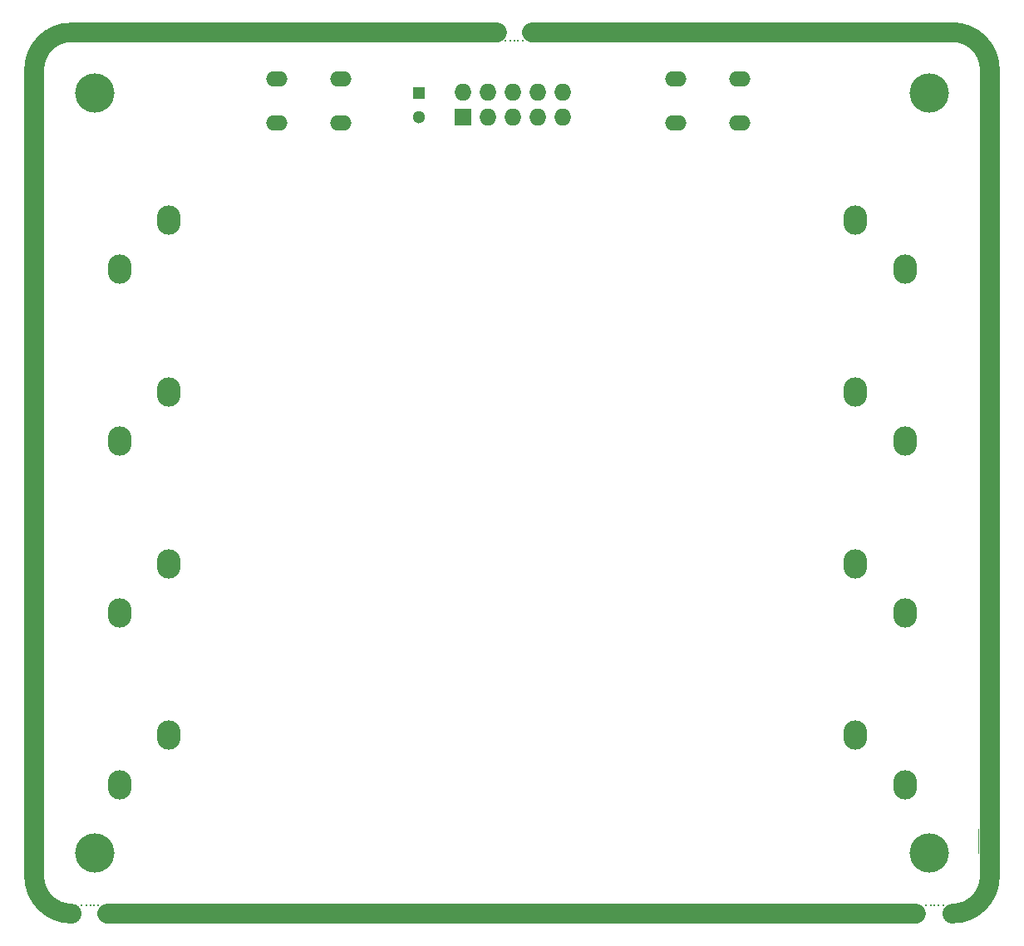
<source format=gbs>
G04 #@! TF.FileFunction,Soldermask,Bot*
%FSLAX46Y46*%
G04 Gerber Fmt 4.6, Leading zero omitted, Abs format (unit mm)*
G04 Created by KiCad (PCBNEW (2015-01-16 BZR 5376)-product) date 24/06/2015 09:06:33*
%MOMM*%
G01*
G04 APERTURE LIST*
%ADD10C,0.100000*%
%ADD11C,2.000000*%
%ADD12C,0.300000*%
%ADD13O,2.200000X1.524000*%
%ADD14R,1.300000X1.300000*%
%ADD15C,1.300000*%
%ADD16O,2.400000X3.000000*%
%ADD17R,1.727200X1.727200*%
%ADD18O,1.727200X1.727200*%
%ADD19C,4.000000*%
G04 APERTURE END LIST*
D10*
D11*
X134493000Y-43815000D02*
X177546000Y-43815000D01*
X87693500Y-43815000D02*
X131000500Y-43815000D01*
X91249500Y-133667500D02*
X173672500Y-133667500D01*
X181165500Y-47625000D02*
X181165500Y-130048000D01*
X83820000Y-47625000D02*
X83820000Y-129921000D01*
X83820000Y-129857500D02*
G75*
G03X87630000Y-133667500I3810000J0D01*
G01*
X181165500Y-47625000D02*
G75*
G03X177355500Y-43815000I-3810000J0D01*
G01*
X177355500Y-133667500D02*
G75*
G03X181165500Y-129857500I0J3810000D01*
G01*
X87630000Y-43815000D02*
G75*
G03X83820000Y-47625000I0J-3810000D01*
G01*
D10*
X180000000Y-125000000D02*
X180000000Y-127500000D01*
D12*
X174625000Y-132842000D03*
X175133000Y-132842000D03*
X175514000Y-132842000D03*
X175895000Y-132842000D03*
X176403000Y-132842000D03*
X90297000Y-132842000D03*
X89916000Y-132842000D03*
X89535000Y-132842000D03*
X89154000Y-132842000D03*
X88646000Y-132842000D03*
D13*
X155650000Y-48550000D03*
X155650000Y-53050000D03*
X149150000Y-48550000D03*
X149150000Y-53050000D03*
X115010000Y-48550000D03*
X115010000Y-53050000D03*
X108510000Y-48550000D03*
X108510000Y-53050000D03*
D14*
X123000000Y-50000000D03*
D15*
X123000000Y-52500000D03*
D16*
X97500000Y-63000000D03*
X92500000Y-68000000D03*
X167500000Y-63000000D03*
X172500000Y-68000000D03*
X97500000Y-80500000D03*
X92500000Y-85500000D03*
X167500000Y-80500000D03*
X172500000Y-85500000D03*
X97500000Y-98000000D03*
X92500000Y-103000000D03*
X167500000Y-98000000D03*
X172500000Y-103000000D03*
X97500000Y-115500000D03*
X92500000Y-120500000D03*
X167500000Y-115500000D03*
X172500000Y-120500000D03*
D17*
X127500000Y-52500000D03*
D18*
X127500000Y-49960000D03*
X130040000Y-52500000D03*
X130040000Y-49960000D03*
X132580000Y-52500000D03*
X132580000Y-49960000D03*
X135120000Y-52500000D03*
X135120000Y-49960000D03*
X137660000Y-52500000D03*
X137660000Y-49960000D03*
D19*
X90000000Y-50000000D03*
X175000000Y-50000000D03*
X90000000Y-127500000D03*
X175000000Y-127500000D03*
D12*
X131826000Y-44704000D03*
X132334000Y-44704000D03*
X132715000Y-44704000D03*
X133096000Y-44704000D03*
X133604000Y-44704000D03*
M02*

</source>
